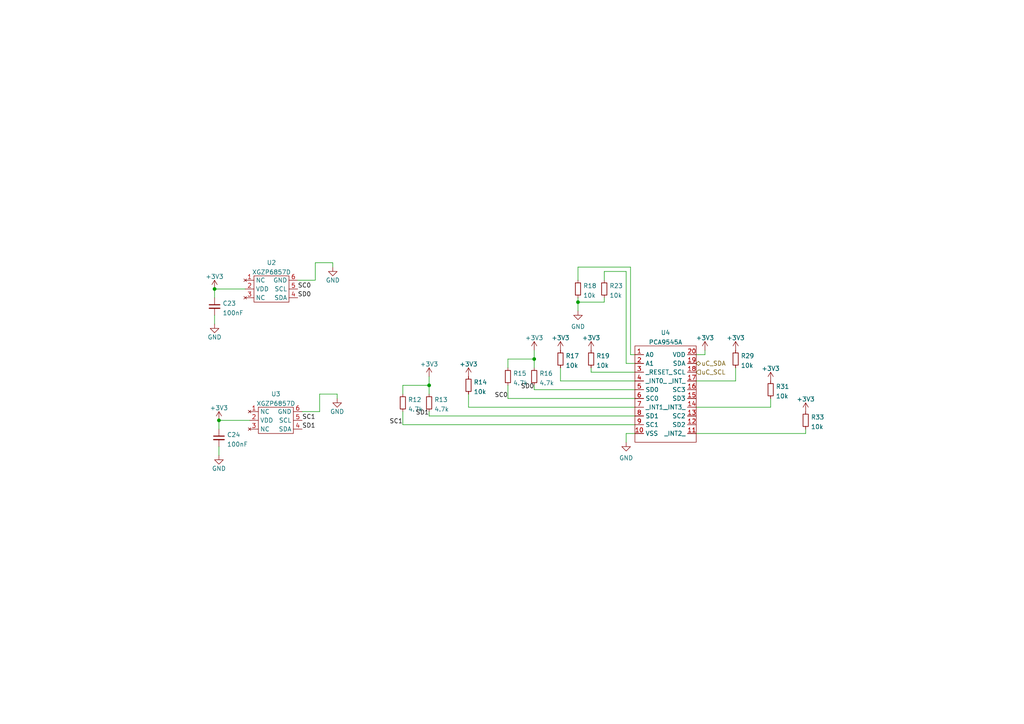
<source format=kicad_sch>
(kicad_sch (version 20211123) (generator eeschema)
  (paper "A4")
  (title_block (title "LumenPnP Motherboard") (date "2022-03-29") (rev "003") (company "Opulo"))
  (lib_symbols
    (symbol "Device:C_Small" (pin_numbers hide) (pin_names (offset 0.254) hide)
      (property "Reference" "C" (at 0.254 1.778 0))
      (property "Value" "C_Small" (at 0.254 -2.032 0))
      (symbol "C_Small_0_1"
        (polyline (pts (xy -1.524 -0.508) (xy 1.524 -0.508)) (stroke (width 0.3302)))
        (polyline (pts (xy -1.524 0.508) (xy 1.524 0.508)) (stroke (width 0.3048)))
      )
      (symbol "C_Small_1_1"
        (pin passive line (at 0 2.54 270) (length 2.032) (name "~") (number "1"))
        (pin passive line (at 0 -2.54 90) (length 2.032) (name "~") (number "2"))
      )
    )
    (symbol "Device:R_Small" (pin_numbers hide) (pin_names (offset 0.254) hide)
      (property "Reference" "R" (at 0.762 0.508 0))
      (property "Value" "R_Small" (at 0.762 -1.016 0))
      (symbol "R_Small_0_1"
        (rectangle (start -0.762 1.778) (end 0.762 -1.778) (stroke (width 0.2032)))
      )
      (symbol "R_Small_1_1"
        (pin passive line (at 0 2.54 270) (length 0.762) (name "~") (number "1"))
        (pin passive line (at 0 -2.54 90) (length 0.762) (name "~") (number "2"))
      )
    )
    (symbol "index:PCA9545A"
      (property "Reference" "U" (at -7.62 29.21 0))
      (property "Value" "PCA9545A" (at 0 -1.27 0))
      (symbol "PCA9545A_0_1"
        (rectangle (start -8.89 27.94) (end 8.89 0))
      )
      (symbol "PCA9545A_1_1"
        (pin unspecified line (at -8.89 25.4 0) (length 2.54) (name "A0") (number "1"))
        (pin unspecified line (at -8.89 2.54 0) (length 2.54) (name "VSS") (number "10"))
        (pin unspecified line (at 8.89 2.54 180) (length 2.54) (name "_INT2_") (number "11"))
        (pin unspecified line (at 8.89 5.08 180) (length 2.54) (name "SD2") (number "12"))
        (pin unspecified line (at 8.89 7.62 180) (length 2.54) (name "SC2") (number "13"))
        (pin unspecified line (at 8.89 10.16 180) (length 2.54) (name "_INT3_") (number "14"))
        (pin unspecified line (at 8.89 12.7 180) (length 2.54) (name "SD3") (number "15"))
        (pin unspecified line (at 8.89 15.24 180) (length 2.54) (name "SC3") (number "16"))
        (pin unspecified line (at 8.89 17.78 180) (length 2.54) (name "_INT_") (number "17"))
        (pin unspecified line (at 8.89 20.32 180) (length 2.54) (name "SCL") (number "18"))
        (pin unspecified line (at 8.89 22.86 180) (length 2.54) (name "SDA") (number "19"))
        (pin unspecified line (at -8.89 22.86 0) (length 2.54) (name "A1") (number "2"))
        (pin unspecified line (at 8.89 25.4 180) (length 2.54) (name "VDD") (number "20"))
        (pin unspecified line (at -8.89 20.32 0) (length 2.54) (name "_RESET_") (number "3"))
        (pin unspecified line (at -8.89 17.78 0) (length 2.54) (name "_INT0_") (number "4"))
        (pin unspecified line (at -8.89 15.24 0) (length 2.54) (name "SD0") (number "5"))
        (pin unspecified line (at -8.89 12.7 0) (length 2.54) (name "SC0") (number "6"))
        (pin unspecified line (at -8.89 10.16 0) (length 2.54) (name "_INT1_") (number "7"))
        (pin unspecified line (at -8.89 7.62 0) (length 2.54) (name "SD1") (number "8"))
        (pin unspecified line (at -8.89 5.08 0) (length 2.54) (name "SC1") (number "9"))
      )
    )
    (symbol "index:XGZP6857D"
      (property "Reference" "U" (at 0 5.08 0))
      (property "Value" "XGZP6857D" (at 0 -5.08 0))
      (symbol "XGZP6857D_0_1"
        (rectangle (start -5.08 -3.81) (end 5.08 3.81))
      )
      (symbol "XGZP6857D_1_1"
        (pin no_connect line (at -7.62 2.54 0) (length 2.54) (name "NC") (number "1"))
        (pin power_in line (at -7.62 0 0) (length 2.54) (name "VDD") (number "2"))
        (pin no_connect line (at -7.62 -2.54 0) (length 2.54) (name "NC") (number "3"))
        (pin bidirectional line (at 7.62 -2.54 180) (length 2.54) (name "SDA") (number "4"))
        (pin bidirectional line (at 7.62 0 180) (length 2.54) (name "SCL") (number "5"))
        (pin power_in line (at 7.62 2.54 180) (length 2.54) (name "GND") (number "6"))
      )
    )
    (symbol "power:+3V3" (power) (pin_names (offset 0))
      (property "Value" "+3V3" (at 0 3.556 0))
      (symbol "+3V3_0_1"
        (polyline (pts (xy -0.762 1.27) (xy 0 2.54)))
        (polyline (pts (xy 0 0) (xy 0 2.54)))
        (polyline (pts (xy 0 2.54) (xy 0.762 1.27)))
      )
      (symbol "+3V3_1_1"
        (pin power_in line (at 0 0 90) (length 0) hide (name "+3V3") (number "1"))
      )
    )
    (symbol "power:GND" (power) (pin_names (offset 0))
      (property "Value" "GND" (at 0 -3.81 0))
      (symbol "GND_0_1"
        (polyline (pts (xy 0 0) (xy 0 -1.27) (xy 1.27 -1.27) (xy 0 -2.54) (xy -1.27 -1.27) (xy 0 -1.27)))
      )
      (symbol "GND_1_1"
        (pin power_in line (at 0 0 270) (length 0) hide (name "GND") (number "1"))
      )
    )
  )
  (junction (at 154.94 104.14))
  (junction (at 63.5 121.92))
  (junction (at 167.64 87.63))
  (junction (at 124.46 111.76))
  (junction (at 62.23 83.82))
  (wire (pts (xy 167.64 77.47) (xy 167.64 81.28)))
  (wire (pts (xy 182.88 102.87) (xy 182.88 77.47)))
  (wire (pts (xy 147.32 104.14) (xy 154.94 104.14)))
  (wire (pts (xy 181.61 78.74) (xy 175.26 78.74)))
  (wire (pts (xy 167.64 87.63) (xy 167.64 90.17)))
  (wire (pts (xy 135.89 118.11) (xy 184.15 118.11)))
  (wire (pts (xy 63.5 124.46) (xy 63.5 121.92)))
  (wire (pts (xy 175.26 86.36) (xy 175.26 87.63)))
  (wire (pts (xy 124.46 120.65) (xy 184.15 120.65)))
  (wire (pts (xy 86.36 81.28) (xy 91.44 81.28)))
  (wire (pts (xy 162.56 110.49) (xy 184.15 110.49)))
  (wire (pts (xy 175.26 87.63) (xy 167.64 87.63)))
  (wire (pts (xy 181.61 128.27) (xy 181.61 125.73)))
  (wire (pts (xy 223.52 118.11) (xy 223.52 115.57)))
  (wire (pts (xy 63.5 129.54) (xy 63.5 132.08)))
  (wire (pts (xy 116.84 111.76) (xy 124.46 111.76)))
  (wire (pts (xy 181.61 125.73) (xy 184.15 125.73)))
  (wire (pts (xy 182.88 77.47) (xy 167.64 77.47)))
  (wire (pts (xy 184.15 102.87) (xy 182.88 102.87)))
  (wire (pts (xy 92.71 119.38) (xy 92.71 114.3)))
  (wire (pts (xy 213.36 110.49) (xy 213.36 106.68)))
  (wire (pts (xy 201.93 125.73) (xy 233.68 125.73)))
  (wire (pts (xy 233.68 125.73) (xy 233.68 124.46)))
  (wire (pts (xy 63.5 121.92) (xy 72.39 121.92)))
  (wire (pts (xy 124.46 109.22) (xy 124.46 111.76)))
  (wire (pts (xy 201.93 118.11) (xy 223.52 118.11)))
  (wire (pts (xy 116.84 123.19) (xy 184.15 123.19)))
  (wire (pts (xy 96.52 76.2) (xy 96.52 77.47)))
  (wire (pts (xy 62.23 86.36) (xy 62.23 83.82)))
  (wire (pts (xy 154.94 113.03) (xy 184.15 113.03)))
  (wire (pts (xy 91.44 81.28) (xy 91.44 76.2)))
  (wire (pts (xy 147.32 115.57) (xy 184.15 115.57)))
  (wire (pts (xy 116.84 123.19) (xy 116.84 119.38)))
  (wire (pts (xy 184.15 107.95) (xy 171.45 107.95)))
  (wire (pts (xy 171.45 107.95) (xy 171.45 106.68)))
  (wire (pts (xy 154.94 113.03) (xy 154.94 111.76)))
  (wire (pts (xy 162.56 106.68) (xy 162.56 110.49)))
  (wire (pts (xy 181.61 105.41) (xy 181.61 78.74)))
  (wire (pts (xy 204.47 102.87) (xy 204.47 101.6)))
  (wire (pts (xy 124.46 111.76) (xy 124.46 114.3)))
  (wire (pts (xy 124.46 120.65) (xy 124.46 119.38)))
  (wire (pts (xy 154.94 104.14) (xy 154.94 106.68)))
  (wire (pts (xy 62.23 83.82) (xy 71.12 83.82)))
  (wire (pts (xy 201.93 102.87) (xy 204.47 102.87)))
  (wire (pts (xy 147.32 106.68) (xy 147.32 104.14)))
  (wire (pts (xy 116.84 114.3) (xy 116.84 111.76)))
  (wire (pts (xy 92.71 114.3) (xy 97.79 114.3)))
  (wire (pts (xy 87.63 119.38) (xy 92.71 119.38)))
  (wire (pts (xy 147.32 115.57) (xy 147.32 111.76)))
  (wire (pts (xy 175.26 78.74) (xy 175.26 81.28)))
  (wire (pts (xy 167.64 86.36) (xy 167.64 87.63)))
  (wire (pts (xy 97.79 114.3) (xy 97.79 115.57)))
  (wire (pts (xy 62.23 91.44) (xy 62.23 93.98)))
  (wire (pts (xy 91.44 76.2) (xy 96.52 76.2)))
  (wire (pts (xy 201.93 110.49) (xy 213.36 110.49)))
  (wire (pts (xy 135.89 114.3) (xy 135.89 118.11)))
  (wire (pts (xy 154.94 101.6) (xy 154.94 104.14)))
  (wire (pts (xy 184.15 105.41) (xy 181.61 105.41)))
  (label "SC1" (at 87.63 121.92 0))
  (label "SD1" (at 87.63 124.46 0))
  (label "SD0" (at 154.94 113.03 180))
  (label "SC0" (at 147.32 115.57 180))
  (label "SD0" (at 86.36 86.36 0))
  (label "SC1" (at 116.84 123.19 180))
  (label "SD1" (at 124.46 120.65 180))
  (label "SC0" (at 86.36 83.82 0))
  (hierarchical_label "uC_SCL" (shape input) (at 201.93 107.95 0))
  (hierarchical_label "uC_SDA" (shape bidirectional) (at 201.93 105.41 0))
  (symbol (lib_id "power:+3V3") (at 171.45 101.6 0) (unit 1)
    (property "Reference" "#PWR0241" (effects hide))
    (property "Value" "+3V3" (at 171.45 97.9955 0))
  )
  (symbol (lib_id "power:+3V3") (at 204.47 101.6 0) (unit 1)
    (property "Reference" "#PWR0185" (effects hide))
    (property "Value" "+3V3" (at 204.47 97.9955 0))
  )
  (symbol (lib_id "Device:R_Small") (at 223.52 113.03 0) (unit 1)
    (property "Reference" "R31" (at 225.0186 112.1215 0) (effects (justify left)))
    (property "Value" "10k" (at 225.0186 114.8966 0) (effects (justify left)))
    (property "Footprint" "Resistor_SMD:R_0805_2012Metric" (effects hide))
  )
  (symbol (lib_id "power:GND") (at 63.5 132.08 0) (unit 1)
    (property "Reference" "#PWR0110" (effects hide))
    (property "Value" "GND" (at 63.5 135.89 0))
  )
  (symbol (lib_id "Device:R_Small") (at 135.89 111.76 0) (unit 1)
    (property "Reference" "R14" (at 137.3886 110.8515 0) (effects (justify left)))
    (property "Value" "10k" (at 137.3886 113.6266 0) (effects (justify left)))
    (property "Footprint" "Resistor_SMD:R_0805_2012Metric" (effects hide))
  )
  (symbol (lib_id "Device:R_Small") (at 175.26 83.82 0) (unit 1)
    (property "Reference" "R23" (at 176.7586 82.9115 0) (effects (justify left)))
    (property "Value" "10k" (at 176.7586 85.6866 0) (effects (justify left)))
    (property "Footprint" "Resistor_SMD:R_0805_2012Metric" (effects hide))
  )
  (symbol (lib_id "power:+3V3") (at 135.89 109.22 0) (unit 1)
    (property "Reference" "#PWR0112" (effects hide))
    (property "Value" "+3V3" (at 135.89 105.6155 0))
  )
  (symbol (lib_id "Device:R_Small") (at 167.64 83.82 0) (unit 1)
    (property "Reference" "R18" (at 169.1386 82.9115 0) (effects (justify left)))
    (property "Value" "10k" (at 169.1386 85.6866 0) (effects (justify left)))
    (property "Footprint" "Resistor_SMD:R_0805_2012Metric" (effects hide))
  )
  (symbol (lib_id "Device:R_Small") (at 171.45 104.14 0) (unit 1)
    (property "Reference" "R19" (at 172.9486 103.2315 0) (effects (justify left)))
    (property "Value" "10k" (at 172.9486 106.0066 0) (effects (justify left)))
    (property "Footprint" "Resistor_SMD:R_0805_2012Metric" (effects hide))
  )
  (symbol (lib_id "Device:R_Small") (at 116.84 116.84 0) (unit 1)
    (property "Reference" "R12" (at 118.3386 115.9315 0) (effects (justify left)))
    (property "Value" "4.7k" (at 118.3386 118.7066 0) (effects (justify left)))
    (property "Footprint" "Resistor_SMD:R_0805_2012Metric" (effects hide))
  )
  (symbol (lib_id "power:GND") (at 96.52 77.47 0) (unit 1)
    (property "Reference" "#PWR0103" (effects hide))
    (property "Value" "GND" (at 96.52 81.28 0))
  )
  (symbol (lib_id "power:+3V3") (at 162.56 101.6 0) (unit 1)
    (property "Reference" "#PWR0186" (effects hide))
    (property "Value" "+3V3" (at 162.56 97.9955 0))
  )
  (symbol (lib_id "Device:C_Small") (at 62.23 88.9 0) (unit 1)
    (property "Reference" "C23" (at 64.5541 87.9978 0) (effects (justify left)))
    (property "Value" "100nF" (at 64.5541 90.7729 0) (effects (justify left)))
    (property "Footprint" "Capacitor_SMD:C_0805_2012Metric" (effects hide))
  )
  (symbol (lib_id "Device:R_Small") (at 124.46 116.84 0) (unit 1)
    (property "Reference" "R13" (at 125.9586 115.9315 0) (effects (justify left)))
    (property "Value" "4.7k" (at 125.9586 118.7066 0) (effects (justify left)))
    (property "Footprint" "Resistor_SMD:R_0805_2012Metric" (effects hide))
  )
  (symbol (lib_id "index:PCA9545A") (at 193.04 128.27 0) (unit 1)
    (property "Reference" "U4" (at 193.04 96.4905 0))
    (property "Value" "PCA9545A" (at 193.04 99.2656 0))
    (property "Footprint" "Package_SO:TSSOP-20_4.4x6.5mm_P0.65mm" (effects hide))
  )
  (symbol (lib_id "power:+3V3") (at 154.94 101.6 0) (unit 1)
    (property "Reference" "#PWR0240" (effects hide))
    (property "Value" "+3V3" (at 154.94 97.9955 0))
  )
  (symbol (lib_id "power:GND") (at 62.23 93.98 0) (unit 1)
    (property "Reference" "#PWR0107" (effects hide))
    (property "Value" "GND" (at 62.23 97.79 0))
  )
  (symbol (lib_id "Device:C_Small") (at 63.5 127 0) (unit 1)
    (property "Reference" "C24" (at 65.8241 126.0978 0) (effects (justify left)))
    (property "Value" "100nF" (at 65.8241 128.8729 0) (effects (justify left)))
    (property "Footprint" "Capacitor_SMD:C_0805_2012Metric" (effects hide))
  )
  (symbol (lib_id "power:+3V3") (at 233.68 119.38 0) (unit 1)
    (property "Reference" "#PWR0132" (effects hide))
    (property "Value" "+3V3" (at 233.68 115.7755 0))
  )
  (symbol (lib_id "power:+3V3") (at 62.23 83.82 0) (unit 1)
    (property "Reference" "#PWR0239" (effects hide))
    (property "Value" "+3V3" (at 62.23 80.2155 0))
  )
  (symbol (lib_id "index:XGZP6857D") (at 80.01 121.92 0) (unit 1)
    (property "Reference" "U3" (at 80.01 114.2705 0))
    (property "Value" "XGZP6857D" (at 80.01 117.0456 0))
    (property "Footprint" "index:XGZP6857D" (effects hide))
    (property "Datasheet" "https://www.cfsensor.com/static/upload/file/20220412/XGZP6857D%20Pressure%20Sensor%20Module%20V2.4.pdf" (effects hide))
  )
  (symbol (lib_id "power:+3V3") (at 124.46 109.22 0) (unit 1)
    (property "Reference" "#PWR0113" (effects hide))
    (property "Value" "+3V3" (at 124.46 105.6155 0))
  )
  (symbol (lib_id "power:+3V3") (at 213.36 101.6 0) (unit 1)
    (property "Reference" "#PWR0114" (effects hide))
    (property "Value" "+3V3" (at 213.36 97.9955 0))
  )
  (symbol (lib_id "power:+3V3") (at 223.52 110.49 0) (unit 1)
    (property "Reference" "#PWR0115" (effects hide))
    (property "Value" "+3V3" (at 223.52 106.8855 0))
  )
  (symbol (lib_id "Device:R_Small") (at 147.32 109.22 0) (unit 1)
    (property "Reference" "R15" (at 148.8186 108.3115 0) (effects (justify left)))
    (property "Value" "4.7k" (at 148.8186 111.0866 0) (effects (justify left)))
    (property "Footprint" "Resistor_SMD:R_0805_2012Metric" (effects hide))
  )
  (symbol (lib_id "power:GND") (at 167.64 90.17 0) (unit 1)
    (property "Reference" "#PWR0242" (effects hide))
    (property "Value" "GND" (at 167.64 94.7325 0))
  )
  (symbol (lib_id "Device:R_Small") (at 213.36 104.14 0) (unit 1)
    (property "Reference" "R29" (at 214.8586 103.2315 0) (effects (justify left)))
    (property "Value" "10k" (at 214.8586 106.0066 0) (effects (justify left)))
    (property "Footprint" "Resistor_SMD:R_0805_2012Metric" (effects hide))
  )
  (symbol (lib_id "index:XGZP6857D") (at 78.74 83.82 0) (unit 1)
    (property "Reference" "U2" (at 78.74 76.1705 0))
    (property "Value" "XGZP6857D" (at 78.74 78.9456 0))
    (property "Footprint" "index:XGZP6857D" (effects hide))
    (property "Datasheet" "https://www.cfsensor.com/static/upload/file/20220412/XGZP6857D%20Pressure%20Sensor%20Module%20V2.4.pdf" (effects hide))
  )
  (symbol (lib_id "power:GND") (at 97.79 115.57 0) (unit 1)
    (property "Reference" "#PWR0109" (effects hide))
    (property "Value" "GND" (at 97.79 119.38 0))
  )
  (symbol (lib_id "Device:R_Small") (at 154.94 109.22 0) (unit 1)
    (property "Reference" "R16" (at 156.4386 108.3115 0) (effects (justify left)))
    (property "Value" "4.7k" (at 156.4386 111.0866 0) (effects (justify left)))
    (property "Footprint" "Resistor_SMD:R_0805_2012Metric" (effects hide))
  )
  (symbol (lib_id "Device:R_Small") (at 233.68 121.92 0) (unit 1)
    (property "Reference" "R33" (at 235.1786 121.0115 0) (effects (justify left)))
    (property "Value" "10k" (at 235.1786 123.7866 0) (effects (justify left)))
    (property "Footprint" "Resistor_SMD:R_0805_2012Metric" (effects hide))
  )
  (symbol (lib_id "power:GND") (at 181.61 128.27 0) (unit 1)
    (property "Reference" "#PWR0135" (effects hide))
    (property "Value" "GND" (at 181.61 132.8325 0))
  )
  (symbol (lib_id "power:+3V3") (at 63.5 121.92 0) (unit 1)
    (property "Reference" "#PWR0105" (effects hide))
    (property "Value" "+3V3" (at 63.5 118.3155 0))
  )
  (symbol (lib_id "Device:R_Small") (at 162.56 104.14 0) (unit 1)
    (property "Reference" "R17" (at 164.0586 103.2315 0) (effects (justify left)))
    (property "Value" "10k" (at 164.0586 106.0066 0) (effects (justify left)))
    (property "Footprint" "Resistor_SMD:R_0805_2012Metric" (effects hide))
  )
)
</source>
